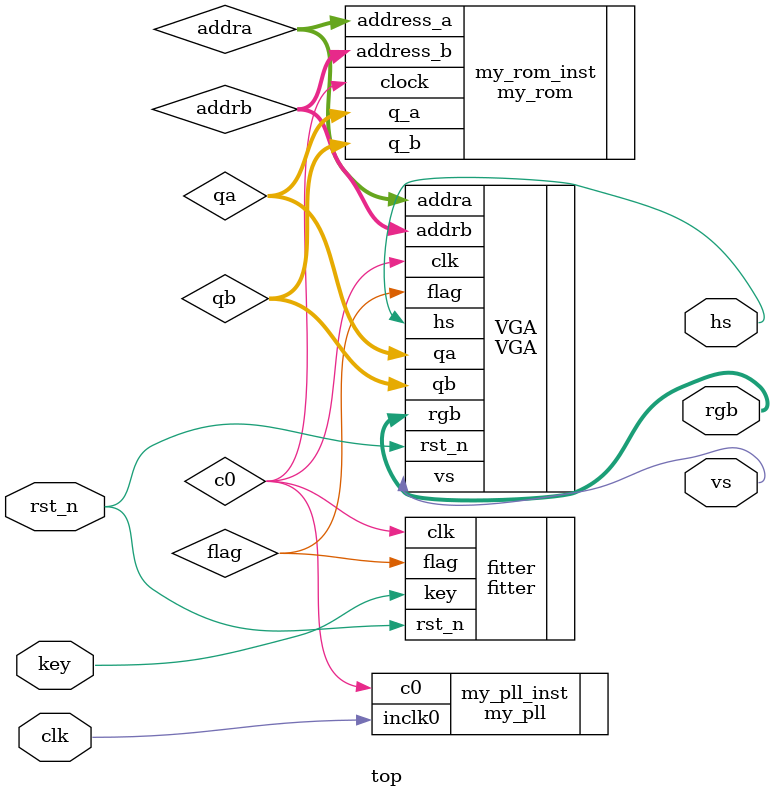
<source format=v>
module top(clk,rst_n,key,hs,vs,rgb);

	input clk,rst_n;
	input key;
	
	output hs,vs;
	output [7:0] rgb;
	
	wire [15:0] addra;
	wire [15:0] addrb;
	wire c0;
	wire [7:0] qa;
	wire [7:0] qb;
	wire flag;
	
	my_pll	my_pll_inst (
				.inclk0 (clk),
				.c0 (c0)
				);

	my_rom	my_rom_inst (
				.address_a (addra),
				.address_b (addrb),
				.clock (c0),
				.q_a (qa),
				.q_b (qb)
				);
	
	fitter fitter(
				.clk(c0), 
				.rst_n(rst_n),
				.key(key),
				.flag(flag)
			);
	
	VGA VGA(
				.clk(c0),
				.rst_n(rst_n),
				.flag(flag),
				.qa(qa),
				.qb(qb),
				.hs(hs),
				.vs(vs),
				.rgb(rgb),
				.addra(addra),
				.addrb(addrb)
			);

endmodule 
</source>
